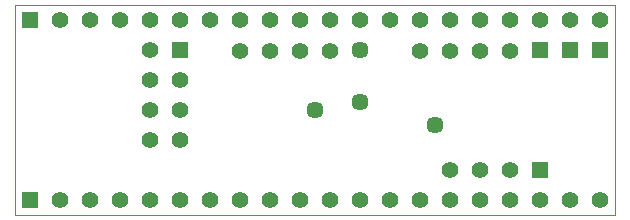
<source format=gts>
G75*
%MOIN*%
%OFA0B0*%
%FSLAX25Y25*%
%IPPOS*%
%LPD*%
%AMOC8*
5,1,8,0,0,1.08239X$1,22.5*
%
%ADD10C,0.00000*%
%ADD11R,0.05550X0.05550*%
%ADD12C,0.05550*%
%ADD13C,0.05715*%
D10*
X0001250Y0001250D02*
X0001250Y0071211D01*
X0201250Y0071211D01*
X0201250Y0001250D01*
X0001250Y0001250D01*
D11*
X0006250Y0006250D03*
X0056250Y0056250D03*
X0006250Y0066250D03*
X0176250Y0056250D03*
X0186250Y0056250D03*
X0196250Y0056250D03*
X0176250Y0016250D03*
D12*
X0166250Y0016250D03*
X0156250Y0016250D03*
X0146250Y0016250D03*
X0146250Y0006250D03*
X0136250Y0006250D03*
X0126250Y0006250D03*
X0116250Y0006250D03*
X0106250Y0006250D03*
X0096250Y0006250D03*
X0086250Y0006250D03*
X0076250Y0006250D03*
X0066250Y0006250D03*
X0056250Y0006250D03*
X0046250Y0006250D03*
X0036250Y0006250D03*
X0026250Y0006250D03*
X0016250Y0006250D03*
X0046250Y0026250D03*
X0056250Y0026250D03*
X0056250Y0036250D03*
X0046250Y0036250D03*
X0046250Y0046250D03*
X0056250Y0046250D03*
X0046250Y0056250D03*
X0046250Y0066250D03*
X0036250Y0066250D03*
X0026250Y0066250D03*
X0016250Y0066250D03*
X0056250Y0066250D03*
X0066250Y0066250D03*
X0076250Y0066250D03*
X0086250Y0066250D03*
X0096250Y0066250D03*
X0106250Y0066250D03*
X0116250Y0066250D03*
X0126250Y0066250D03*
X0136250Y0066250D03*
X0146250Y0066250D03*
X0156250Y0066250D03*
X0166250Y0066250D03*
X0176250Y0066250D03*
X0186250Y0066250D03*
X0196250Y0066250D03*
X0166250Y0055935D03*
X0156250Y0055935D03*
X0146250Y0055935D03*
X0136250Y0055935D03*
X0106250Y0055935D03*
X0096250Y0055935D03*
X0086250Y0055935D03*
X0076250Y0055935D03*
X0156250Y0006250D03*
X0166250Y0006250D03*
X0176250Y0006250D03*
X0186250Y0006250D03*
X0196250Y0006250D03*
D13*
X0141250Y0031250D03*
X0116250Y0038750D03*
X0101250Y0036250D03*
X0116250Y0056250D03*
M02*

</source>
